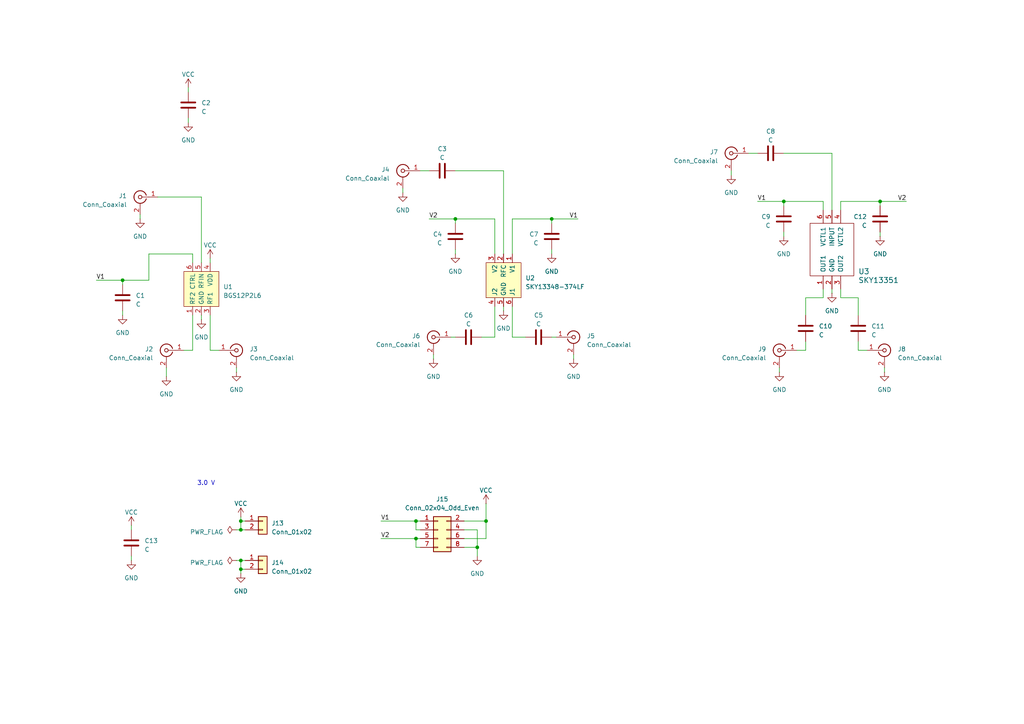
<source format=kicad_sch>
(kicad_sch (version 20231120) (generator "eeschema") (generator_version "8.0")
  (paper "A4")
  (title_block (title "${TITLE}") (date "${DATE}") (rev "${VERSION}") (company "${COPYRIGHT}") (comment 1 "${LICENSE}"))
  (lib_symbols
    (symbol "Connector:Conn_Coaxial" (pin_names (offset 1.016) hide)
      (property "Reference" "J" (at 0.254 3.048 0))
      (property "Value" "Conn_Coaxial" (at 2.921 0 90))
      (symbol "Conn_Coaxial_0_1"
        (arc (start -1.778 -0.508) (mid 0.2311 -1.8066) (end 1.778 0) (stroke (width 0.254)))
        (polyline (pts (xy -2.54 0) (xy -0.508 0)))
        (polyline (pts (xy 0 -2.54) (xy 0 -1.778)))
        (circle (center 0 0) (radius 0.508) (stroke (width 0.2032)))
        (arc (start 1.778 0) (mid 0.2099 1.8101) (end -1.778 0.508) (stroke (width 0.254)))
      )
      (symbol "Conn_Coaxial_1_1"
        (pin passive line (at -5.08 0 0) (length 2.54) (name "In") (number "1"))
        (pin passive line (at 0 -5.08 90) (length 2.54) (name "Ext") (number "2"))
      )
    )
    (symbol "Connector_Generic:Conn_01x02" (pin_names (offset 1.016) hide)
      (property "Reference" "J" (at 0 2.54 0))
      (property "Value" "Conn_01x02" (at 0 -5.08 0))
      (symbol "Conn_01x02_1_1"
        (rectangle (start -1.27 -2.413) (end 0 -2.667) (stroke (width 0.1524)))
        (rectangle (start -1.27 0.127) (end 0 -0.127) (stroke (width 0.1524)))
        (rectangle (start -1.27 1.27) (end 1.27 -3.81) (stroke (width 0.254)) (fill (type background)))
        (pin passive line (at -5.08 0 0) (length 3.81) (name "Pin_1") (number "1"))
        (pin passive line (at -5.08 -2.54 0) (length 3.81) (name "Pin_2") (number "2"))
      )
    )
    (symbol "Connector_Generic:Conn_02x04_Odd_Even" (pin_names (offset 1.016) hide)
      (property "Reference" "J" (at 1.27 5.08 0))
      (property "Value" "Conn_02x04_Odd_Even" (at 1.27 -7.62 0))
      (symbol "Conn_02x04_Odd_Even_1_1"
        (rectangle (start -1.27 -4.953) (end 0 -5.207) (stroke (width 0.1524)))
        (rectangle (start -1.27 -2.413) (end 0 -2.667) (stroke (width 0.1524)))
        (rectangle (start -1.27 0.127) (end 0 -0.127) (stroke (width 0.1524)))
        (rectangle (start -1.27 2.667) (end 0 2.413) (stroke (width 0.1524)))
        (rectangle (start -1.27 3.81) (end 3.81 -6.35) (stroke (width 0.254)) (fill (type background)))
        (rectangle (start 3.81 -4.953) (end 2.54 -5.207) (stroke (width 0.1524)))
        (rectangle (start 3.81 -2.413) (end 2.54 -2.667) (stroke (width 0.1524)))
        (rectangle (start 3.81 0.127) (end 2.54 -0.127) (stroke (width 0.1524)))
        (rectangle (start 3.81 2.667) (end 2.54 2.413) (stroke (width 0.1524)))
        (pin passive line (at -5.08 2.54 0) (length 3.81) (name "Pin_1") (number "1"))
        (pin passive line (at 7.62 2.54 180) (length 3.81) (name "Pin_2") (number "2"))
        (pin passive line (at -5.08 0 0) (length 3.81) (name "Pin_3") (number "3"))
        (pin passive line (at 7.62 0 180) (length 3.81) (name "Pin_4") (number "4"))
        (pin passive line (at -5.08 -2.54 0) (length 3.81) (name "Pin_5") (number "5"))
        (pin passive line (at 7.62 -2.54 180) (length 3.81) (name "Pin_6") (number "6"))
        (pin passive line (at -5.08 -5.08 0) (length 3.81) (name "Pin_7") (number "7"))
        (pin passive line (at 7.62 -5.08 180) (length 3.81) (name "Pin_8") (number "8"))
      )
    )
    (symbol "Device:C" (pin_numbers hide) (pin_names (offset 0.254))
      (property "Reference" "C" (at 0.635 2.54 0))
      (property "Value" "C" (at 0.635 -2.54 0))
      (symbol "C_0_1"
        (polyline (pts (xy -2.032 -0.762) (xy 2.032 -0.762)) (stroke (width 0.508)))
        (polyline (pts (xy -2.032 0.762) (xy 2.032 0.762)) (stroke (width 0.508)))
      )
      (symbol "C_1_1"
        (pin passive line (at 0 3.81 270) (length 2.794) (name "~") (number "1"))
        (pin passive line (at 0 -3.81 90) (length 2.794) (name "~") (number "2"))
      )
    )
    (symbol "eval:BGS12P2L6"
      (property "Reference" "U" (at 0 6.35 0))
      (property "Value" "BGS12P2L6" (at 0 -6.35 0))
      (symbol "BGS12P2L6_1_1"
        (rectangle (start -5.08 5.08) (end 5.08 -5.08) (fill (type background)))
        (pin passive line (at -7.62 2.54 0) (length 2.54) (name "RF2") (number "1"))
        (pin power_in line (at -7.62 0 0) (length 2.54) (name "GND") (number "2"))
        (pin passive line (at -7.62 -2.54 0) (length 2.54) (name "RF1") (number "3"))
        (pin power_in line (at 7.62 -2.54 180) (length 2.54) (name "VDD") (number "4"))
        (pin passive line (at 7.62 0 180) (length 2.54) (name "RFIN") (number "5"))
        (pin input line (at 7.62 2.54 180) (length 2.54) (name "CTRL") (number "6"))
      )
    )
    (symbol "eval:SKY13348-374LF"
      (property "Reference" "U" (at 0 6.35 0))
      (property "Value" "SKY13348-374LF" (at 0 -6.35 0))
      (symbol "SKY13348-374LF_1_1"
        (rectangle (start -5.08 5.08) (end 5.08 -5.08) (fill (type background)))
        (pin input line (at -7.62 2.54 0) (length 2.54) (name "V1") (number "1"))
        (pin passive line (at -7.62 0 0) (length 2.54) (name "RFC") (number "2"))
        (pin input line (at -7.62 -2.54 0) (length 2.54) (name "V2") (number "3"))
        (pin passive line (at 7.62 -2.54 180) (length 2.54) (name "J2") (number "4"))
        (pin power_in line (at 7.62 0 180) (length 2.54) (name "GND") (number "5"))
        (pin passive line (at 7.62 2.54 180) (length 2.54) (name "J1") (number "6"))
        (pin power_in line (at 7.62 0 180) (length 2.54) hide (name "GND") (number "7"))
      )
    )
    (symbol "gsg-symbols:SKY13351" (pin_names (offset 1.016))
      (property "Reference" "U" (at 0 5.08 0))
      (property "Value" "SKY13351" (at 0 -5.08 0))
      (symbol "SKY13351_0_1"
        (rectangle (start -7.62 6.35) (end 7.62 -6.35))
      )
      (symbol "SKY13351_1_1"
        (pin bidirectional line (at -11.43 2.54 0) (length 3.81) (name "OUT1") (number "1"))
        (pin power_in line (at -11.43 0 0) (length 3.81) (name "GND") (number "2"))
        (pin bidirectional line (at -11.43 -2.54 0) (length 3.81) (name "OUT2") (number "3"))
        (pin input line (at 11.43 -2.54 180) (length 3.81) (name "VCTL2") (number "4"))
        (pin bidirectional line (at 11.43 0 180) (length 3.81) (name "INPUT") (number "5"))
        (pin input line (at 11.43 2.54 180) (length 3.81) (name "VCTL1") (number "6"))
      )
    )
    (symbol "power:GND" (power) (pin_numbers hide) (pin_names (offset 0) hide)
      (property "Value" "GND" (at 0 -3.81 0))
      (symbol "GND_0_1"
        (polyline (pts (xy 0 0) (xy 0 -1.27) (xy 1.27 -1.27) (xy 0 -2.54) (xy -1.27 -1.27) (xy 0 -1.27)))
      )
      (symbol "GND_1_1"
        (pin power_in line (at 0 0 270) (length 0) (name "~") (number "1"))
      )
    )
    (symbol "power:PWR_FLAG" (power) (pin_numbers hide) (pin_names (offset 0) hide)
      (property "Value" "PWR_FLAG" (at 0 3.81 0))
      (symbol "PWR_FLAG_0_0"
        (pin power_out line (at 0 0 90) (length 0) (name "~") (number "1"))
      )
      (symbol "PWR_FLAG_0_1"
        (polyline (pts (xy 0 0) (xy 0 1.27) (xy -1.016 1.905) (xy 0 2.54) (xy 1.016 1.905) (xy 0 1.27)))
      )
    )
    (symbol "power:VCC" (power) (pin_numbers hide) (pin_names (offset 0) hide)
      (property "Value" "VCC" (at 0 3.556 0))
      (symbol "VCC_0_1"
        (polyline (pts (xy -0.762 1.27) (xy 0 2.54)))
        (polyline (pts (xy 0 0) (xy 0 2.54)))
        (polyline (pts (xy 0 2.54) (xy 0.762 1.27)))
      )
      (symbol "VCC_1_1"
        (pin power_in line (at 0 0 90) (length 0) (name "~") (number "1"))
      )
    )
  )
  (junction (at 160.02 63.5))
  (junction (at 120.65 156.21))
  (junction (at 140.97 151.13))
  (junction (at 35.56 81.28))
  (junction (at 227.33 58.42))
  (junction (at 69.85 165.1))
  (junction (at 120.65 151.13))
  (junction (at 69.85 151.13))
  (junction (at 69.85 153.67))
  (junction (at 138.43 158.75))
  (junction (at 132.08 63.5))
  (junction (at 255.27 58.42))
  (junction (at 69.85 162.56))
  (wire (pts (xy 146.05 49.53) (xy 146.05 73.66)))
  (wire (pts (xy 238.76 58.42) (xy 238.76 60.96)))
  (wire (pts (xy 248.92 99.06) (xy 248.92 101.6)))
  (wire (pts (xy 140.97 151.13) (xy 140.97 156.21)))
  (wire (pts (xy 48.26 106.68) (xy 48.26 109.22)))
  (wire (pts (xy 134.62 153.67) (xy 138.43 153.67)))
  (wire (pts (xy 227.33 58.42) (xy 219.71 58.42)))
  (wire (pts (xy 255.27 58.42) (xy 243.84 58.42)))
  (wire (pts (xy 132.08 97.79) (xy 130.81 97.79)))
  (wire (pts (xy 160.02 63.5) (xy 160.02 64.77)))
  (wire (pts (xy 138.43 158.75) (xy 138.43 161.29)))
  (wire (pts (xy 233.68 91.44) (xy 233.68 86.36)))
  (wire (pts (xy 148.59 88.9) (xy 148.59 97.79)))
  (wire (pts (xy 132.08 49.53) (xy 146.05 49.53)))
  (wire (pts (xy 152.4 97.79) (xy 148.59 97.79)))
  (wire (pts (xy 241.3 83.82) (xy 241.3 85.09)))
  (wire (pts (xy 227.33 44.45) (xy 241.3 44.45)))
  (wire (pts (xy 241.3 44.45) (xy 241.3 60.96)))
  (wire (pts (xy 38.1 161.29) (xy 38.1 162.56)))
  (wire (pts (xy 69.85 153.67) (xy 71.12 153.67)))
  (wire (pts (xy 148.59 63.5) (xy 148.59 73.66)))
  (wire (pts (xy 124.46 49.53) (xy 121.92 49.53)))
  (wire (pts (xy 54.61 34.29) (xy 54.61 35.56)))
  (wire (pts (xy 243.84 86.36) (xy 248.92 86.36)))
  (wire (pts (xy 55.88 73.66) (xy 43.18 73.66)))
  (wire (pts (xy 40.64 62.23) (xy 40.64 63.5)))
  (wire (pts (xy 143.51 88.9) (xy 143.51 97.79)))
  (wire (pts (xy 120.65 151.13) (xy 121.92 151.13)))
  (wire (pts (xy 132.08 63.5) (xy 132.08 64.77)))
  (wire (pts (xy 166.37 102.87) (xy 166.37 104.14)))
  (wire (pts (xy 212.09 49.53) (xy 212.09 50.8)))
  (wire (pts (xy 255.27 58.42) (xy 255.27 59.69)))
  (wire (pts (xy 248.92 101.6) (xy 251.46 101.6)))
  (wire (pts (xy 226.06 106.68) (xy 226.06 107.95)))
  (wire (pts (xy 69.85 162.56) (xy 71.12 162.56)))
  (wire (pts (xy 120.65 156.21) (xy 120.65 158.75)))
  (wire (pts (xy 134.62 156.21) (xy 140.97 156.21)))
  (wire (pts (xy 248.92 86.36) (xy 248.92 91.44)))
  (wire (pts (xy 138.43 153.67) (xy 138.43 158.75)))
  (wire (pts (xy 255.27 67.31) (xy 255.27 68.58)))
  (wire (pts (xy 160.02 72.39) (xy 160.02 73.66)))
  (wire (pts (xy 69.85 151.13) (xy 71.12 151.13)))
  (wire (pts (xy 58.42 76.2) (xy 58.42 57.15)))
  (wire (pts (xy 120.65 156.21) (xy 121.92 156.21)))
  (wire (pts (xy 110.49 156.21) (xy 120.65 156.21)))
  (wire (pts (xy 68.58 106.68) (xy 68.58 107.95)))
  (wire (pts (xy 146.05 88.9) (xy 146.05 90.17)))
  (wire (pts (xy 143.51 63.5) (xy 143.51 73.66)))
  (wire (pts (xy 35.56 81.28) (xy 35.56 82.55)))
  (wire (pts (xy 53.34 101.6) (xy 55.88 101.6)))
  (wire (pts (xy 68.58 162.56) (xy 69.85 162.56)))
  (wire (pts (xy 233.68 86.36) (xy 238.76 86.36)))
  (wire (pts (xy 243.84 83.82) (xy 243.84 86.36)))
  (wire (pts (xy 43.18 73.66) (xy 43.18 81.28)))
  (wire (pts (xy 219.71 44.45) (xy 217.17 44.45)))
  (wire (pts (xy 120.65 158.75) (xy 121.92 158.75)))
  (wire (pts (xy 243.84 58.42) (xy 243.84 60.96)))
  (wire (pts (xy 134.62 151.13) (xy 140.97 151.13)))
  (wire (pts (xy 238.76 83.82) (xy 238.76 86.36)))
  (wire (pts (xy 233.68 99.06) (xy 233.68 101.6)))
  (wire (pts (xy 69.85 166.37) (xy 69.85 165.1)))
  (wire (pts (xy 55.88 91.44) (xy 55.88 101.6)))
  (wire (pts (xy 160.02 97.79) (xy 161.29 97.79)))
  (wire (pts (xy 35.56 81.28) (xy 43.18 81.28)))
  (wire (pts (xy 27.94 81.28) (xy 35.56 81.28)))
  (wire (pts (xy 132.08 72.39) (xy 132.08 73.66)))
  (wire (pts (xy 69.85 151.13) (xy 69.85 153.67)))
  (wire (pts (xy 68.58 153.67) (xy 69.85 153.67)))
  (wire (pts (xy 139.7 97.79) (xy 143.51 97.79)))
  (wire (pts (xy 227.33 67.31) (xy 227.33 68.58)))
  (wire (pts (xy 38.1 152.4) (xy 38.1 153.67)))
  (wire (pts (xy 262.89 58.42) (xy 255.27 58.42)))
  (wire (pts (xy 120.65 151.13) (xy 120.65 153.67)))
  (wire (pts (xy 69.85 165.1) (xy 69.85 162.56)))
  (wire (pts (xy 227.33 58.42) (xy 227.33 59.69)))
  (wire (pts (xy 140.97 146.05) (xy 140.97 151.13)))
  (wire (pts (xy 60.96 101.6) (xy 63.5 101.6)))
  (wire (pts (xy 160.02 63.5) (xy 148.59 63.5)))
  (wire (pts (xy 69.85 165.1) (xy 71.12 165.1)))
  (wire (pts (xy 121.92 153.67) (xy 120.65 153.67)))
  (wire (pts (xy 116.84 54.61) (xy 116.84 55.88)))
  (wire (pts (xy 132.08 63.5) (xy 124.46 63.5)))
  (wire (pts (xy 60.96 101.6) (xy 60.96 91.44)))
  (wire (pts (xy 60.96 76.2) (xy 60.96 74.93)))
  (wire (pts (xy 238.76 58.42) (xy 227.33 58.42)))
  (wire (pts (xy 110.49 151.13) (xy 120.65 151.13)))
  (wire (pts (xy 125.73 102.87) (xy 125.73 104.14)))
  (wire (pts (xy 233.68 101.6) (xy 231.14 101.6)))
  (wire (pts (xy 54.61 25.4) (xy 54.61 26.67)))
  (wire (pts (xy 45.72 57.15) (xy 58.42 57.15)))
  (wire (pts (xy 167.64 63.5) (xy 160.02 63.5)))
  (wire (pts (xy 58.42 91.44) (xy 58.42 92.71)))
  (wire (pts (xy 69.85 149.86) (xy 69.85 151.13)))
  (wire (pts (xy 35.56 90.17) (xy 35.56 91.44)))
  (wire (pts (xy 256.54 106.68) (xy 256.54 107.95)))
  (wire (pts (xy 134.62 158.75) (xy 138.43 158.75)))
  (wire (pts (xy 143.51 63.5) (xy 132.08 63.5)))
  (wire (pts (xy 55.88 73.66) (xy 55.88 76.2)))
  (text "3.0 V" (at 57.15 140.97 0) (effects (font (size 1.27 1.27)) (justify left bottom)))
  (label "V1" (at 110.49 151.13 0))
  (label "V1" (at 27.94 81.28 0))
  (label "V1" (at 219.71 58.42 0))
  (label "V2" (at 124.46 63.5 0))
  (label "V2" (at 110.49 156.21 0))
  (label "V2" (at 262.89 58.42 180))
  (label "V1" (at 167.64 63.5 180))
  (symbol (lib_id "power:GND") (at 255.27 68.58 0) (mirror y) (unit 1)
    (property "Reference" "#PWR019" (effects (hide yes)))
    (property "Value" "GND" (at 255.27 73.66 0))
  )
  (symbol (lib_id "Connector:Conn_Coaxial") (at 116.84 49.53 0) (mirror y) (unit 1)
    (property "Reference" "J4" (at 113.03 49.1882 0) (effects (justify left)))
    (property "Value" "Conn_Coaxial" (at 113.03 51.7282 0) (effects (justify left)))
    (property "Footprint" "sma-variants:Linx_SMA_CONSMA003.062" (effects (hide yes)))
  )
  (symbol (lib_id "power:GND") (at 40.64 63.5 0) (unit 1)
    (property "Reference" "#PWR02" (effects (hide yes)))
    (property "Value" "GND" (at 40.64 68.58 0))
  )
  (symbol (lib_id "Connector_Generic:Conn_01x02") (at 76.2 151.13 0) (unit 1)
    (property "Reference" "J13" (at 78.74 151.765 0) (effects (justify left)))
    (property "Value" "Conn_01x02" (at 78.74 154.305 0) (effects (justify left)))
    (property "Footprint" "Connector_PinHeader_2.54mm:PinHeader_1x02_P2.54mm_Vertical" (effects (hide yes)))
  )
  (symbol (lib_id "power:GND") (at 69.85 166.37 0) (unit 1)
    (property "Reference" "#PWR024" (effects (hide yes)))
    (property "Value" "GND" (at 69.85 171.45 0))
  )
  (symbol (lib_id "power:GND") (at 54.61 35.56 0) (unit 1)
    (property "Reference" "#PWR05" (effects (hide yes)))
    (property "Value" "GND" (at 54.61 40.64 0))
  )
  (symbol (lib_id "power:GND") (at 35.56 91.44 0) (unit 1)
    (property "Reference" "#PWR01" (effects (hide yes)))
    (property "Value" "GND" (at 35.56 96.52 0))
  )
  (symbol (lib_id "power:GND") (at 166.37 104.14 0) (unit 1)
    (property "Reference" "#PWR014" (effects (hide yes)))
    (property "Value" "GND" (at 166.37 109.22 0))
  )
  (symbol (lib_id "power:GND") (at 160.02 73.66 0) (mirror y) (unit 1)
    (property "Reference" "#PWR013" (effects (hide yes)))
    (property "Value" "GND" (at 160.02 78.74 0))
  )
  (symbol (lib_id "Connector:Conn_Coaxial") (at 256.54 101.6 0) (unit 1)
    (property "Reference" "J8" (at 260.35 101.2582 0) (effects (justify left)))
    (property "Value" "Conn_Coaxial" (at 260.35 103.7982 0) (effects (justify left)))
    (property "Footprint" "sma-variants:Linx_SMA_CONSMA003.062" (effects (hide yes)))
  )
  (symbol (lib_id "power:VCC") (at 140.97 146.05 0) (unit 1)
    (property "Reference" "#PWR026" (effects (hide yes)))
    (property "Value" "VCC" (at 140.97 142.24 0))
  )
  (symbol (lib_id "power:GND") (at 241.3 85.09 0) (unit 1)
    (property "Reference" "#PWR018" (effects (hide yes)))
    (property "Value" "GND" (at 241.3 90.17 0))
  )
  (symbol (lib_id "power:GND") (at 58.42 92.71 0) (unit 1)
    (property "Reference" "#PWR06" (effects (hide yes)))
    (property "Value" "GND" (at 58.42 97.79 0))
  )
  (symbol (lib_id "power:GND") (at 146.05 90.17 0) (unit 1)
    (property "Reference" "#PWR012" (effects (hide yes)))
    (property "Value" "GND" (at 146.05 95.25 0))
  )
  (symbol (lib_id "Device:C") (at 128.27 49.53 90) (unit 1)
    (property "Reference" "C3" (at 128.27 43.18 90))
    (property "Value" "C" (at 128.27 45.72 90))
    (property "Footprint" "Capacitor_SMD:C_0201_0603Metric" (effects (hide yes)))
  )
  (symbol (lib_id "Device:C") (at 233.68 95.25 0) (unit 1)
    (property "Reference" "C10" (at 237.49 94.615 0) (effects (justify left)))
    (property "Value" "C" (at 237.49 97.155 0) (effects (justify left)))
    (property "Footprint" "Capacitor_SMD:C_0201_0603Metric" (effects (hide yes)))
  )
  (symbol (lib_id "power:PWR_FLAG") (at 68.58 153.67 90) (unit 1)
    (property "Reference" "#FLG01" (effects (hide yes)))
    (property "Value" "PWR_FLAG" (at 64.77 154.305 90) (effects (justify left)))
  )
  (symbol (lib_id "Device:C") (at 227.33 63.5 0) (mirror y) (unit 1)
    (property "Reference" "C9" (at 223.52 62.865 0) (effects (justify left)))
    (property "Value" "C" (at 223.52 65.405 0) (effects (justify left)))
    (property "Footprint" "Capacitor_SMD:C_0201_0603Metric" (effects (hide yes)))
  )
  (symbol (lib_id "power:PWR_FLAG") (at 68.58 162.56 90) (unit 1)
    (property "Reference" "#FLG02" (effects (hide yes)))
    (property "Value" "PWR_FLAG" (at 64.77 163.195 90) (effects (justify left)))
  )
  (symbol (lib_id "Device:C") (at 255.27 63.5 0) (mirror y) (unit 1)
    (property "Reference" "C12" (at 251.46 62.865 0) (effects (justify left)))
    (property "Value" "C" (at 251.46 65.405 0) (effects (justify left)))
    (property "Footprint" "Capacitor_SMD:C_0201_0603Metric" (effects (hide yes)))
  )
  (symbol (lib_id "power:GND") (at 125.73 104.14 0) (unit 1)
    (property "Reference" "#PWR010" (effects (hide yes)))
    (property "Value" "GND" (at 125.73 109.22 0))
  )
  (symbol (lib_id "Connector:Conn_Coaxial") (at 226.06 101.6 0) (mirror y) (unit 1)
    (property "Reference" "J9" (at 222.25 101.2582 0) (effects (justify left)))
    (property "Value" "Conn_Coaxial" (at 222.25 103.7982 0) (effects (justify left)))
    (property "Footprint" "sma-variants:Linx_SMA_CONSMA003.062" (effects (hide yes)))
  )
  (symbol (lib_id "power:GND") (at 132.08 73.66 0) (mirror y) (unit 1)
    (property "Reference" "#PWR011" (effects (hide yes)))
    (property "Value" "GND" (at 132.08 78.74 0))
  )
  (symbol (lib_id "power:VCC") (at 54.61 25.4 0) (unit 1)
    (property "Reference" "#PWR04" (effects (hide yes)))
    (property "Value" "VCC" (at 54.61 21.59 0))
  )
  (symbol (lib_id "Device:C") (at 132.08 68.58 0) (mirror y) (unit 1)
    (property "Reference" "C4" (at 128.27 67.945 0) (effects (justify left)))
    (property "Value" "C" (at 128.27 70.485 0) (effects (justify left)))
    (property "Footprint" "Capacitor_SMD:C_0201_0603Metric" (effects (hide yes)))
  )
  (symbol (lib_id "Device:C") (at 160.02 68.58 0) (mirror y) (unit 1)
    (property "Reference" "C7" (at 156.21 67.945 0) (effects (justify left)))
    (property "Value" "C" (at 156.21 70.485 0) (effects (justify left)))
    (property "Footprint" "Capacitor_SMD:C_0201_0603Metric" (effects (hide yes)))
  )
  (symbol (lib_id "power:GND") (at 226.06 107.95 0) (unit 1)
    (property "Reference" "#PWR016" (effects (hide yes)))
    (property "Value" "GND" (at 226.06 113.03 0))
  )
  (symbol (lib_id "Device:C") (at 156.21 97.79 90) (mirror x) (unit 1)
    (property "Reference" "C5" (at 156.21 91.44 90))
    (property "Value" "C" (at 156.21 93.98 90))
    (property "Footprint" "Capacitor_SMD:C_0201_0603Metric" (effects (hide yes)))
  )
  (symbol (lib_id "power:GND") (at 116.84 55.88 0) (unit 1)
    (property "Reference" "#PWR09" (effects (hide yes)))
    (property "Value" "GND" (at 116.84 60.96 0))
  )
  (symbol (lib_id "Device:C") (at 135.89 97.79 90) (mirror x) (unit 1)
    (property "Reference" "C6" (at 135.89 91.44 90))
    (property "Value" "C" (at 135.89 93.98 90))
    (property "Footprint" "Capacitor_SMD:C_0201_0603Metric" (effects (hide yes)))
  )
  (symbol (lib_id "Connector:Conn_Coaxial") (at 212.09 44.45 0) (mirror y) (unit 1)
    (property "Reference" "J7" (at 208.28 44.1082 0) (effects (justify left)))
    (property "Value" "Conn_Coaxial" (at 208.28 46.6482 0) (effects (justify left)))
    (property "Footprint" "sma-variants:Linx_SMA_CONSMA003.062" (effects (hide yes)))
  )
  (symbol (lib_id "power:GND") (at 48.26 109.22 0) (unit 1)
    (property "Reference" "#PWR03" (effects (hide yes)))
    (property "Value" "GND" (at 48.26 114.3 0))
  )
  (symbol (lib_id "Connector:Conn_Coaxial") (at 68.58 101.6 0) (unit 1)
    (property "Reference" "J3" (at 72.39 101.2582 0) (effects (justify left)))
    (property "Value" "Conn_Coaxial" (at 72.39 103.7982 0) (effects (justify left)))
    (property "Footprint" "sma-variants:Linx_SMA_CONSMA003.062" (effects (hide yes)))
  )
  (symbol (lib_id "power:GND") (at 68.58 107.95 0) (unit 1)
    (property "Reference" "#PWR08" (effects (hide yes)))
    (property "Value" "GND" (at 68.58 113.03 0))
  )
  (symbol (lib_id "eval:SKY13348-374LF") (at 146.05 81.28 270) (unit 1)
    (property "Reference" "U2" (at 152.4 80.645 90) (effects (justify left)))
    (property "Value" "SKY13348-374LF" (at 152.4 83.185 90) (effects (justify left)))
    (property "Footprint" "RF:Skyworks_SKY65404-31" (effects (hide yes)))
    (property "Datasheet" "https://www.skyworksinc.com/-/media/SkyWorks/Documents/Products/501-600/SKY13348_374LF_201214F.pdf" (effects (hide yes)))
  )
  (symbol (lib_id "Connector:Conn_Coaxial") (at 125.73 97.79 0) (mirror y) (unit 1)
    (property "Reference" "J6" (at 121.92 97.4482 0) (effects (justify left)))
    (property "Value" "Conn_Coaxial" (at 121.92 99.9882 0) (effects (justify left)))
    (property "Footprint" "sma-variants:Linx_SMA_CONSMA003.062" (effects (hide yes)))
  )
  (symbol (lib_id "power:GND") (at 256.54 107.95 0) (unit 1)
    (property "Reference" "#PWR020" (effects (hide yes)))
    (property "Value" "GND" (at 256.54 113.03 0))
  )
  (symbol (lib_id "Connector:Conn_Coaxial") (at 40.64 57.15 0) (mirror y) (unit 1)
    (property "Reference" "J1" (at 36.83 56.8082 0) (effects (justify left)))
    (property "Value" "Conn_Coaxial" (at 36.83 59.3482 0) (effects (justify left)))
    (property "Footprint" "sma-variants:Linx_SMA_CONSMA003.062" (effects (hide yes)))
  )
  (symbol (lib_id "Connector_Generic:Conn_01x02") (at 76.2 162.56 0) (unit 1)
    (property "Reference" "J14" (at 78.74 163.195 0) (effects (justify left)))
    (property "Value" "Conn_01x02" (at 78.74 165.735 0) (effects (justify left)))
    (property "Footprint" "Connector_PinHeader_2.54mm:PinHeader_1x02_P2.54mm_Vertical" (effects (hide yes)))
  )
  (symbol (lib_id "power:GND") (at 138.43 161.29 0) (unit 1)
    (property "Reference" "#PWR025" (effects (hide yes)))
    (property "Value" "GND" (at 138.43 166.37 0))
  )
  (symbol (lib_id "Device:C") (at 54.61 30.48 0) (unit 1)
    (property "Reference" "C2" (at 58.42 29.845 0) (effects (justify left)))
    (property "Value" "C" (at 58.42 32.385 0) (effects (justify left)))
    (property "Footprint" "Capacitor_SMD:C_0201_0603Metric" (effects (hide yes)))
  )
  (symbol (lib_id "Device:C") (at 35.56 86.36 0) (unit 1)
    (property "Reference" "C1" (at 39.37 85.725 0) (effects (justify left)))
    (property "Value" "C" (at 39.37 88.265 0) (effects (justify left)))
    (property "Footprint" "Capacitor_SMD:C_0201_0603Metric" (effects (hide yes)))
  )
  (symbol (lib_id "power:GND") (at 212.09 50.8 0) (unit 1)
    (property "Reference" "#PWR015" (effects (hide yes)))
    (property "Value" "GND" (at 212.09 55.88 0))
  )
  (symbol (lib_id "eval:BGS12P2L6") (at 58.42 83.82 90) (unit 1)
    (property "Reference" "U1" (at 64.77 83.185 90) (effects (justify right)))
    (property "Value" "BGS12P2L6" (at 64.77 85.725 90) (effects (justify right)))
    (property "Footprint" "eval:TSLP-6-4_1.1x0.7mm_P0.4mm" (effects (hide yes)))
    (property "Datasheet" "https://www.infineon.com/dgdl/Infineon-BGS12P2L6-DataSheet-v02_00-EN.pdf?fileId=5546d4626cb27db2016d4487d53603ce" (effects (hide yes)))
  )
  (symbol (lib_id "power:VCC") (at 60.96 74.93 0) (unit 1)
    (property "Reference" "#PWR07" (effects (hide yes)))
    (property "Value" "VCC" (at 60.96 71.12 0))
  )
  (symbol (lib_id "power:GND") (at 227.33 68.58 0) (mirror y) (unit 1)
    (property "Reference" "#PWR017" (effects (hide yes)))
    (property "Value" "GND" (at 227.33 73.66 0))
  )
  (symbol (lib_id "Connector:Conn_Coaxial") (at 48.26 101.6 0) (mirror y) (unit 1)
    (property "Reference" "J2" (at 44.45 101.2582 0) (effects (justify left)))
    (property "Value" "Conn_Coaxial" (at 44.45 103.7982 0) (effects (justify left)))
    (property "Footprint" "sma-variants:Linx_SMA_CONSMA003.062" (effects (hide yes)))
  )
  (symbol (lib_id "Device:C") (at 248.92 95.25 0) (unit 1)
    (property "Reference" "C11" (at 252.73 94.615 0) (effects (justify left)))
    (property "Value" "C" (at 252.73 97.155 0) (effects (justify left)))
    (property "Footprint" "Capacitor_SMD:C_0201_0603Metric" (effects (hide yes)))
  )
  (symbol (lib_id "gsg-symbols:SKY13351") (at 241.3 72.39 90) (unit 1)
    (property "Reference" "U3" (at 248.92 78.74 90) (effects (font (size 1.524 1.524)) (justify right)))
    (property "Value" "SKY13351" (at 248.92 81.28 90) (effects (font (size 1.524 1.524)) (justify right)))
    (property "Footprint" "gsg-modules:SKY13351-378LF" (effects (hide yes)))
    (property "Datasheet" "https://www.skyworksinc.com/-/media/SkyWorks/Documents/Products/401-500/SKY13351_378LF_201132I.pdf" (effects (hide yes)))
  )
  (symbol (lib_id "Connector:Conn_Coaxial") (at 166.37 97.79 0) (unit 1)
    (property "Reference" "J5" (at 170.18 97.4482 0) (effects (justify left)))
    (property "Value" "Conn_Coaxial" (at 170.18 99.9882 0) (effects (justify left)))
    (property "Footprint" "sma-variants:Linx_SMA_CONSMA003.062" (effects (hide yes)))
  )
  (symbol (lib_id "Device:C") (at 38.1 157.48 0) (unit 1)
    (property "Reference" "C13" (at 41.91 156.845 0) (effects (justify left)))
    (property "Value" "C" (at 41.91 159.385 0) (effects (justify left)))
    (property "Footprint" "Capacitor_SMD:C_0201_0603Metric" (effects (hide yes)))
  )
  (symbol (lib_id "power:VCC") (at 38.1 152.4 0) (unit 1)
    (property "Reference" "#PWR021" (effects (hide yes)))
    (property "Value" "VCC" (at 38.1 148.59 0))
  )
  (symbol (lib_id "Connector_Generic:Conn_02x04_Odd_Even") (at 127 153.67 0) (unit 1)
    (property "Reference" "J15" (at 128.27 144.78 0))
    (property "Value" "Conn_02x04_Odd_Even" (at 128.27 147.32 0))
    (property "Footprint" "Connector_PinHeader_2.54mm:PinHeader_2x04_P2.54mm_Vertical" (effects (hide yes)))
  )
  (symbol (lib_id "power:GND") (at 38.1 162.56 0) (unit 1)
    (property "Reference" "#PWR022" (effects (hide yes)))
    (property "Value" "GND" (at 38.1 167.64 0))
  )
  (symbol (lib_id "power:VCC") (at 69.85 149.86 0) (unit 1)
    (property "Reference" "#PWR023" (effects (hide yes)))
    (property "Value" "VCC" (at 69.85 146.05 0))
  )
  (symbol (lib_id "Device:C") (at 223.52 44.45 90) (unit 1)
    (property "Reference" "C8" (at 223.52 38.1 90))
    (property "Value" "C" (at 223.52 40.64 90))
    (property "Footprint" "Capacitor_SMD:C_0201_0603Metric" (effects (hide yes)))
  )
)
</source>
